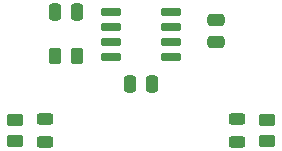
<source format=gbr>
%TF.GenerationSoftware,KiCad,Pcbnew,(6.0.0)*%
%TF.CreationDate,2022-12-15T23:32:01-05:00*%
%TF.ProjectId,FanExpander,46616e45-7870-4616-9e64-65722e6b6963,rev?*%
%TF.SameCoordinates,Original*%
%TF.FileFunction,Paste,Top*%
%TF.FilePolarity,Positive*%
%FSLAX46Y46*%
G04 Gerber Fmt 4.6, Leading zero omitted, Abs format (unit mm)*
G04 Created by KiCad (PCBNEW (6.0.0)) date 2022-12-15 23:32:01*
%MOMM*%
%LPD*%
G01*
G04 APERTURE LIST*
G04 Aperture macros list*
%AMRoundRect*
0 Rectangle with rounded corners*
0 $1 Rounding radius*
0 $2 $3 $4 $5 $6 $7 $8 $9 X,Y pos of 4 corners*
0 Add a 4 corners polygon primitive as box body*
4,1,4,$2,$3,$4,$5,$6,$7,$8,$9,$2,$3,0*
0 Add four circle primitives for the rounded corners*
1,1,$1+$1,$2,$3*
1,1,$1+$1,$4,$5*
1,1,$1+$1,$6,$7*
1,1,$1+$1,$8,$9*
0 Add four rect primitives between the rounded corners*
20,1,$1+$1,$2,$3,$4,$5,0*
20,1,$1+$1,$4,$5,$6,$7,0*
20,1,$1+$1,$6,$7,$8,$9,0*
20,1,$1+$1,$8,$9,$2,$3,0*%
G04 Aperture macros list end*
%ADD10RoundRect,0.250000X0.475000X-0.250000X0.475000X0.250000X-0.475000X0.250000X-0.475000X-0.250000X0*%
%ADD11RoundRect,0.250000X-0.250000X-0.475000X0.250000X-0.475000X0.250000X0.475000X-0.250000X0.475000X0*%
%ADD12RoundRect,0.150000X-0.725000X-0.150000X0.725000X-0.150000X0.725000X0.150000X-0.725000X0.150000X0*%
%ADD13RoundRect,0.243750X-0.456250X0.243750X-0.456250X-0.243750X0.456250X-0.243750X0.456250X0.243750X0*%
%ADD14RoundRect,0.250000X-0.450000X0.262500X-0.450000X-0.262500X0.450000X-0.262500X0.450000X0.262500X0*%
%ADD15RoundRect,0.250000X0.262500X0.450000X-0.262500X0.450000X-0.262500X-0.450000X0.262500X-0.450000X0*%
G04 APERTURE END LIST*
D10*
%TO.C,C2*%
X106350000Y-100630000D03*
X106350000Y-98730000D03*
%TD*%
D11*
%TO.C,C3*%
X99050000Y-104191000D03*
X100950000Y-104191000D03*
%TD*%
D12*
%TO.C,U1*%
X97425000Y-98095000D03*
X97425000Y-99365000D03*
X97425000Y-100635000D03*
X97425000Y-101905000D03*
X102575000Y-101905000D03*
X102575000Y-100635000D03*
X102575000Y-99365000D03*
X102575000Y-98095000D03*
%TD*%
D13*
%TO.C,D2*%
X108128000Y-107190500D03*
X108128000Y-109065500D03*
%TD*%
%TO.C,D1*%
X91872000Y-107190500D03*
X91872000Y-109065500D03*
%TD*%
D14*
%TO.C,R2*%
X89332000Y-107215500D03*
X89332000Y-109040500D03*
%TD*%
%TO.C,R3*%
X110668000Y-107215500D03*
X110668000Y-109040500D03*
%TD*%
D11*
%TO.C,C1*%
X92700000Y-98095000D03*
X94600000Y-98095000D03*
%TD*%
D15*
%TO.C,R1*%
X94562500Y-101778000D03*
X92737500Y-101778000D03*
%TD*%
M02*

</source>
